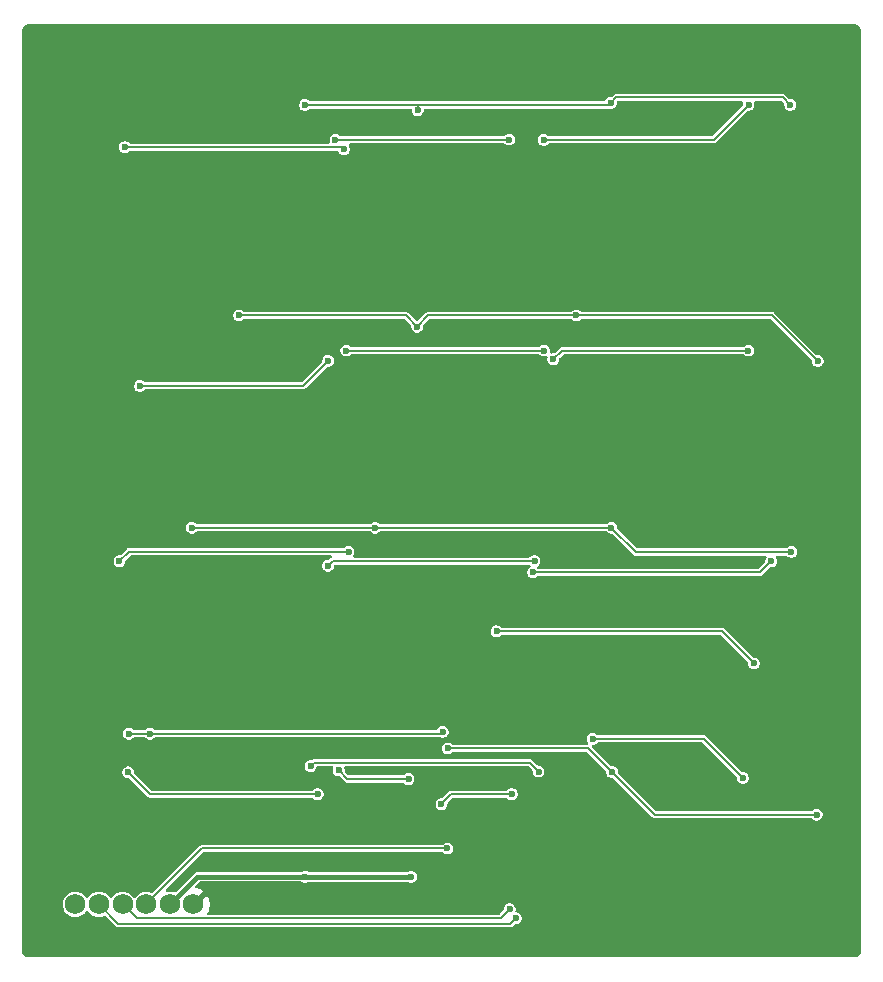
<source format=gbl>
%TF.GenerationSoftware,KiCad,Pcbnew,9.0.7*%
%TF.CreationDate,2026-03-02T03:21:02+09:00*%
%TF.ProjectId,mixtee-key-pcb,6d697874-6565-42d6-9b65-792d7063622e,rev?*%
%TF.SameCoordinates,Original*%
%TF.FileFunction,Copper,L2,Bot*%
%TF.FilePolarity,Positive*%
%FSLAX46Y46*%
G04 Gerber Fmt 4.6, Leading zero omitted, Abs format (unit mm)*
G04 Created by KiCad (PCBNEW 9.0.7) date 2026-03-02 03:21:02*
%MOMM*%
%LPD*%
G01*
G04 APERTURE LIST*
%TA.AperFunction,ComponentPad*%
%ADD10C,1.750000*%
%TD*%
%TA.AperFunction,ViaPad*%
%ADD11C,0.600000*%
%TD*%
%TA.AperFunction,Conductor*%
%ADD12C,0.400000*%
%TD*%
%TA.AperFunction,Conductor*%
%ADD13C,0.200000*%
%TD*%
G04 APERTURE END LIST*
D10*
%TO.P,J1,1*%
%TO.N,NEO_DIN*%
X5000000Y-75000000D03*
%TO.P,J1,2*%
%TO.N,SDA*%
X7000000Y-75000000D03*
%TO.P,J1,3*%
%TO.N,SCL*%
X9000000Y-75000000D03*
%TO.P,J1,4*%
%TO.N,INT*%
X11000000Y-75000000D03*
%TO.P,J1,5*%
%TO.N,5V*%
X13000000Y-75000000D03*
%TO.P,J1,6*%
%TO.N,GND*%
X15000000Y-75000000D03*
%TD*%
D11*
%TO.N,GND*%
X42582100Y-46767100D03*
X29160900Y-71843900D03*
X43735000Y-11192800D03*
X41982800Y-70259700D03*
X7625800Y-67560000D03*
X24851100Y-9882200D03*
X25029500Y-67519700D03*
X59830500Y-63932300D03*
X26399900Y-31911800D03*
X7120000Y-63866000D03*
X38794200Y-79105300D03*
X7120000Y-28118000D03*
X26350000Y-67804300D03*
X60398800Y-49648800D03*
X25158400Y-31803400D03*
X6888000Y-13876000D03*
X62325500Y-49823000D03*
X60874500Y-11422700D03*
X44696800Y-70259700D03*
X24800000Y-49553300D03*
X7841300Y-49823000D03*
X61207900Y-29274900D03*
X43735000Y-29204200D03*
%TO.N,5V*%
X24462600Y-72661000D03*
X33423000Y-72674000D03*
%TO.N,SDA*%
X42293800Y-76191800D03*
%TO.N,SCL*%
X41776000Y-75414300D03*
%TO.N,INT*%
X36503700Y-70276500D03*
%TO.N,NEO_D0*%
X27741700Y-11065100D03*
X9197700Y-10891100D03*
%TO.N,NEO_D1*%
X41731500Y-10251100D03*
X27025100Y-10279300D03*
%TO.N,NEO_D2*%
X44664000Y-10281800D03*
X61993600Y-7325200D03*
%TO.N,NEO_D4*%
X61992000Y-28118000D03*
X45470100Y-28846600D03*
%TO.N,NEO_D5*%
X44664000Y-28118000D03*
X27940000Y-28118000D03*
%TO.N,NEO_D6*%
X26396000Y-28984900D03*
X10480500Y-31114000D03*
%TO.N,NEO_D8*%
X28130300Y-45147800D03*
X8730400Y-45940400D03*
%TO.N,NEO_D9*%
X26396000Y-46336700D03*
X43878200Y-45940400D03*
%TO.N,NEO_D10*%
X63920700Y-45940400D03*
X43753500Y-46906100D03*
%TO.N,NEO_D12*%
X48809000Y-60992300D03*
X61508900Y-64297100D03*
%TO.N,NEO_D13*%
X44219900Y-63762800D03*
X24916300Y-63292900D03*
%TO.N,NEO_D14*%
X25521800Y-65673200D03*
X9474800Y-63824500D03*
%TO.N,COL0*%
X11320500Y-60555600D03*
X36094700Y-60405500D03*
X9536500Y-60555600D03*
%TO.N,COL1*%
X33212300Y-64392200D03*
X27299400Y-63657000D03*
%TO.N,COL2*%
X36000000Y-66513700D03*
X41950400Y-65673300D03*
%TO.N,COL3*%
X62456500Y-54607500D03*
X40666000Y-51881200D03*
%TO.N,ROW0*%
X24448000Y-7325200D03*
X50343300Y-7147100D03*
X65529000Y-7325200D03*
X33978400Y-7750500D03*
%TO.N,ROW1*%
X33937000Y-26099600D03*
X47415800Y-25147600D03*
X18858400Y-25147600D03*
X67855500Y-29000000D03*
%TO.N,ROW2*%
X50380800Y-43109600D03*
X65630000Y-45169800D03*
X30386900Y-43109600D03*
X14867500Y-43109600D03*
%TO.N,ROW3*%
X36522400Y-61803900D03*
X67768000Y-67409500D03*
X50440000Y-63799300D03*
%TD*%
D12*
%TO.N,5V*%
X15339000Y-72661000D02*
X24462600Y-72661000D01*
X33423000Y-72674000D02*
X24475600Y-72674000D01*
X24475600Y-72674000D02*
X24462600Y-72661000D01*
X13000000Y-75000000D02*
X15339000Y-72661000D01*
D13*
%TO.N,SDA*%
X8647600Y-76647600D02*
X41838000Y-76647600D01*
X41838000Y-76647600D02*
X42293800Y-76191800D01*
X7000000Y-75000000D02*
X8647600Y-76647600D01*
%TO.N,SCL*%
X40999600Y-76190700D02*
X10190700Y-76190700D01*
X41776000Y-75414300D02*
X40999600Y-76190700D01*
X10190700Y-76190700D02*
X9000000Y-75000000D01*
%TO.N,INT*%
X15723500Y-70276500D02*
X11000000Y-75000000D01*
X36503700Y-70276500D02*
X15723500Y-70276500D01*
%TO.N,NEO_D0*%
X27567700Y-10891100D02*
X27741700Y-11065100D01*
X9197700Y-10891100D02*
X27567700Y-10891100D01*
%TO.N,NEO_D1*%
X41703300Y-10279300D02*
X27025100Y-10279300D01*
X41731500Y-10251100D02*
X41703300Y-10279300D01*
%TO.N,NEO_D2*%
X59037000Y-10281800D02*
X44664000Y-10281800D01*
X61993600Y-7325200D02*
X59037000Y-10281800D01*
%TO.N,NEO_D4*%
X61992000Y-28118000D02*
X46198700Y-28118000D01*
X46198700Y-28118000D02*
X45470100Y-28846600D01*
%TO.N,NEO_D5*%
X44664000Y-28118000D02*
X27940000Y-28118000D01*
%TO.N,NEO_D6*%
X10891600Y-31088400D02*
X10891600Y-31114000D01*
X10891600Y-31088400D02*
X24292500Y-31088400D01*
X10891600Y-31114000D02*
X10480500Y-31114000D01*
X24292500Y-31088400D02*
X26396000Y-28984900D01*
%TO.N,NEO_D8*%
X9523000Y-45147800D02*
X28130300Y-45147800D01*
X8730400Y-45940400D02*
X9523000Y-45147800D01*
%TO.N,NEO_D9*%
X43878200Y-45940400D02*
X26792300Y-45940400D01*
X26792300Y-45940400D02*
X26396000Y-46336700D01*
%TO.N,NEO_D10*%
X43753500Y-46906100D02*
X62955000Y-46906100D01*
X62955000Y-46906100D02*
X63920700Y-45940400D01*
%TO.N,NEO_D12*%
X48809000Y-60992300D02*
X58204100Y-60992300D01*
X58204100Y-60992300D02*
X61508900Y-64297100D01*
%TO.N,NEO_D13*%
X43454400Y-62997300D02*
X25211900Y-62997300D01*
X44219900Y-63762800D02*
X43454400Y-62997300D01*
X25211900Y-62997300D02*
X24916300Y-63292900D01*
%TO.N,NEO_D14*%
X9474800Y-63824500D02*
X11323500Y-65673200D01*
X11323500Y-65673200D02*
X25521800Y-65673200D01*
%TO.N,COL0*%
X11320500Y-60555600D02*
X11180500Y-60695600D01*
X35944600Y-60555600D02*
X11320500Y-60555600D01*
X36094700Y-60405500D02*
X35944600Y-60555600D01*
X11320500Y-60555600D02*
X9536500Y-60555600D01*
X11180500Y-60695600D02*
X11320500Y-60555600D01*
%TO.N,COL1*%
X28034600Y-64392200D02*
X27299400Y-63657000D01*
X33212300Y-64392200D02*
X28034600Y-64392200D01*
%TO.N,COL2*%
X36840400Y-65673300D02*
X41950400Y-65673300D01*
X36000000Y-66513700D02*
X36840400Y-65673300D01*
%TO.N,COL3*%
X59730200Y-51881200D02*
X62456500Y-54607500D01*
X40666000Y-51881200D02*
X59730200Y-51881200D01*
%TO.N,ROW0*%
X24448000Y-7325200D02*
X33978400Y-7325200D01*
X33978400Y-7325200D02*
X33978400Y-7750500D01*
X50807200Y-6683200D02*
X50343300Y-7147100D01*
X65529000Y-7325200D02*
X64887000Y-6683200D01*
X33978400Y-7325200D02*
X50165200Y-7325200D01*
X50165200Y-7325200D02*
X50343300Y-7147100D01*
X64887000Y-6683200D02*
X50807200Y-6683200D01*
%TO.N,ROW1*%
X18858400Y-25147600D02*
X32985000Y-25147600D01*
X64003100Y-25147600D02*
X67855500Y-29000000D01*
X47415800Y-25147600D02*
X64003100Y-25147600D01*
X34889000Y-25147600D02*
X47415800Y-25147600D01*
X32985000Y-25147600D02*
X33937000Y-26099600D01*
X33937000Y-26099600D02*
X34889000Y-25147600D01*
%TO.N,ROW2*%
X52441000Y-45169800D02*
X50380800Y-43109600D01*
X50380800Y-43109600D02*
X30386900Y-43109600D01*
X65630000Y-45169800D02*
X52441000Y-45169800D01*
X30386900Y-43109600D02*
X14867500Y-43109600D01*
%TO.N,ROW3*%
X36522400Y-61803900D02*
X48444600Y-61803900D01*
X50440000Y-63799300D02*
X54050200Y-67409500D01*
X54050200Y-67409500D02*
X67768000Y-67409500D01*
X48444600Y-61803900D02*
X50440000Y-63799300D01*
%TD*%
%TA.AperFunction,Conductor*%
%TO.N,GND*%
G36*
X71006922Y-501280D02*
G01*
X71097266Y-511459D01*
X71124331Y-517636D01*
X71203540Y-545352D01*
X71228553Y-557398D01*
X71299606Y-602043D01*
X71321313Y-619355D01*
X71380644Y-678686D01*
X71397957Y-700395D01*
X71442600Y-771444D01*
X71454648Y-796462D01*
X71482362Y-875666D01*
X71488540Y-902735D01*
X71498720Y-993076D01*
X71499500Y-1006961D01*
X71499500Y-78993038D01*
X71498720Y-79006923D01*
X71488540Y-79097264D01*
X71482362Y-79124333D01*
X71454648Y-79203537D01*
X71442600Y-79228555D01*
X71397957Y-79299604D01*
X71380644Y-79321313D01*
X71321313Y-79380644D01*
X71299604Y-79397957D01*
X71228555Y-79442600D01*
X71203537Y-79454648D01*
X71124333Y-79482362D01*
X71097264Y-79488540D01*
X71017075Y-79497576D01*
X71006921Y-79498720D01*
X70993038Y-79499500D01*
X1006977Y-79499500D01*
X993091Y-79498720D01*
X977019Y-79496908D01*
X902742Y-79488538D01*
X875674Y-79482359D01*
X796471Y-79454644D01*
X771453Y-79442596D01*
X700402Y-79397951D01*
X678694Y-79380639D01*
X619360Y-79321305D01*
X602048Y-79299597D01*
X557403Y-79228546D01*
X545355Y-79203528D01*
X517640Y-79124325D01*
X511461Y-79097255D01*
X501280Y-79006908D01*
X500500Y-78993023D01*
X500500Y-74915350D01*
X3924500Y-74915350D01*
X3924500Y-75084649D01*
X3950981Y-75251847D01*
X4003296Y-75412853D01*
X4080152Y-75563688D01*
X4179648Y-75700634D01*
X4179652Y-75700639D01*
X4299360Y-75820347D01*
X4299365Y-75820351D01*
X4345516Y-75853881D01*
X4436315Y-75919850D01*
X4532425Y-75968820D01*
X4587146Y-75996703D01*
X4587148Y-75996703D01*
X4587151Y-75996705D01*
X4673450Y-76024745D01*
X4748152Y-76049018D01*
X4915351Y-76075500D01*
X4915356Y-76075500D01*
X5084649Y-76075500D01*
X5251847Y-76049018D01*
X5412849Y-75996705D01*
X5563685Y-75919850D01*
X5700641Y-75820346D01*
X5820346Y-75700641D01*
X5888027Y-75607486D01*
X5899682Y-75591445D01*
X5955011Y-75548779D01*
X6024625Y-75542800D01*
X6086420Y-75575405D01*
X6100318Y-75591445D01*
X6179648Y-75700634D01*
X6179652Y-75700639D01*
X6299360Y-75820347D01*
X6299365Y-75820351D01*
X6345516Y-75853881D01*
X6436315Y-75919850D01*
X6532425Y-75968820D01*
X6587146Y-75996703D01*
X6587148Y-75996703D01*
X6587151Y-75996705D01*
X6673450Y-76024745D01*
X6748152Y-76049018D01*
X6915351Y-76075500D01*
X6915356Y-76075500D01*
X7084649Y-76075500D01*
X7251847Y-76049018D01*
X7412849Y-75996705D01*
X7437829Y-75983976D01*
X7506495Y-75971077D01*
X7571236Y-75997351D01*
X7581807Y-76006778D01*
X8407140Y-76832111D01*
X8463089Y-76888060D01*
X8463091Y-76888061D01*
X8463095Y-76888064D01*
X8531604Y-76927617D01*
X8531611Y-76927621D01*
X8608038Y-76948100D01*
X8608040Y-76948100D01*
X41877560Y-76948100D01*
X41877562Y-76948100D01*
X41953989Y-76927621D01*
X42022511Y-76888060D01*
X42078460Y-76832111D01*
X42127184Y-76783386D01*
X42181952Y-76728619D01*
X42243275Y-76695134D01*
X42269633Y-76692300D01*
X42359690Y-76692300D01*
X42359692Y-76692300D01*
X42486986Y-76658192D01*
X42601114Y-76592300D01*
X42694300Y-76499114D01*
X42760192Y-76384986D01*
X42794300Y-76257692D01*
X42794300Y-76125908D01*
X42760192Y-75998614D01*
X42694300Y-75884486D01*
X42601114Y-75791300D01*
X42544050Y-75758354D01*
X42486987Y-75725408D01*
X42429127Y-75709905D01*
X42359692Y-75691300D01*
X42359691Y-75691300D01*
X42351842Y-75689197D01*
X42352555Y-75686533D01*
X42300975Y-75663709D01*
X42262509Y-75605380D01*
X42261291Y-75536953D01*
X42276500Y-75480192D01*
X42276500Y-75348408D01*
X42242392Y-75221114D01*
X42176500Y-75106986D01*
X42083314Y-75013800D01*
X42026250Y-74980854D01*
X41969187Y-74947908D01*
X41905539Y-74930854D01*
X41841892Y-74913800D01*
X41710108Y-74913800D01*
X41582812Y-74947908D01*
X41468686Y-75013800D01*
X41468683Y-75013802D01*
X41375502Y-75106983D01*
X41375500Y-75106986D01*
X41309608Y-75221112D01*
X41275500Y-75348408D01*
X41275500Y-75438466D01*
X41255815Y-75505505D01*
X41239181Y-75526147D01*
X40911448Y-75853881D01*
X40850125Y-75887366D01*
X40823767Y-75890200D01*
X16291969Y-75890200D01*
X16224930Y-75870515D01*
X16179175Y-75817711D01*
X16169231Y-75748553D01*
X16181484Y-75709905D01*
X16274263Y-75527817D01*
X16274264Y-75527814D01*
X16341142Y-75321981D01*
X16375000Y-75108220D01*
X16375000Y-74891779D01*
X16341142Y-74678018D01*
X16274264Y-74472185D01*
X16274263Y-74472182D01*
X16176005Y-74279342D01*
X16133168Y-74220383D01*
X16133168Y-74220382D01*
X15400000Y-74953551D01*
X15400000Y-74947339D01*
X15372741Y-74845606D01*
X15320080Y-74754394D01*
X15245606Y-74679920D01*
X15154394Y-74627259D01*
X15052661Y-74600000D01*
X15046446Y-74600000D01*
X15779616Y-73866830D01*
X15779615Y-73866829D01*
X15720660Y-73823996D01*
X15527817Y-73725736D01*
X15527814Y-73725735D01*
X15321980Y-73658856D01*
X15204568Y-73640260D01*
X15141433Y-73610330D01*
X15104502Y-73551019D01*
X15105500Y-73481156D01*
X15136283Y-73430108D01*
X15468573Y-73097819D01*
X15529896Y-73064334D01*
X15556254Y-73061500D01*
X24122060Y-73061500D01*
X24184060Y-73078113D01*
X24269414Y-73127392D01*
X24396708Y-73161500D01*
X24396710Y-73161500D01*
X24528490Y-73161500D01*
X24528492Y-73161500D01*
X24655786Y-73127392D01*
X24718623Y-73091112D01*
X24780623Y-73074500D01*
X33082460Y-73074500D01*
X33144460Y-73091113D01*
X33188141Y-73116332D01*
X33229814Y-73140392D01*
X33357108Y-73174500D01*
X33357110Y-73174500D01*
X33488890Y-73174500D01*
X33488892Y-73174500D01*
X33616186Y-73140392D01*
X33730314Y-73074500D01*
X33823500Y-72981314D01*
X33889392Y-72867186D01*
X33923500Y-72739892D01*
X33923500Y-72608108D01*
X33889392Y-72480814D01*
X33823500Y-72366686D01*
X33730314Y-72273500D01*
X33673250Y-72240554D01*
X33616187Y-72207608D01*
X33552539Y-72190554D01*
X33488892Y-72173500D01*
X33357108Y-72173500D01*
X33229814Y-72207608D01*
X33229813Y-72207608D01*
X33229811Y-72207609D01*
X33229810Y-72207609D01*
X33144460Y-72256887D01*
X33082460Y-72273500D01*
X24825656Y-72273500D01*
X24763657Y-72256887D01*
X24706753Y-72224034D01*
X24655787Y-72194608D01*
X24577009Y-72173500D01*
X24528492Y-72160500D01*
X24396708Y-72160500D01*
X24269414Y-72194608D01*
X24269413Y-72194608D01*
X24269411Y-72194609D01*
X24269410Y-72194609D01*
X24184060Y-72243887D01*
X24122060Y-72260500D01*
X15399339Y-72260500D01*
X15399323Y-72260499D01*
X15391727Y-72260499D01*
X15286274Y-72260499D01*
X15184413Y-72287793D01*
X15184411Y-72287793D01*
X15184411Y-72287794D01*
X15093084Y-72340522D01*
X15018518Y-72415089D01*
X13479760Y-73953845D01*
X13418437Y-73987330D01*
X13353761Y-73984095D01*
X13251850Y-73950982D01*
X13084649Y-73924500D01*
X13084644Y-73924500D01*
X12915356Y-73924500D01*
X12915349Y-73924500D01*
X12799325Y-73942876D01*
X12730032Y-73933921D01*
X12676580Y-73888925D01*
X12655941Y-73822173D01*
X12674666Y-73754860D01*
X12692242Y-73732727D01*
X15811652Y-70613319D01*
X15872975Y-70579834D01*
X15899333Y-70577000D01*
X36045024Y-70577000D01*
X36112063Y-70596685D01*
X36132705Y-70613319D01*
X36196386Y-70677000D01*
X36310514Y-70742892D01*
X36437808Y-70777000D01*
X36437810Y-70777000D01*
X36569590Y-70777000D01*
X36569592Y-70777000D01*
X36696886Y-70742892D01*
X36811014Y-70677000D01*
X36904200Y-70583814D01*
X36970092Y-70469686D01*
X37004200Y-70342392D01*
X37004200Y-70210608D01*
X36970092Y-70083314D01*
X36904200Y-69969186D01*
X36811014Y-69876000D01*
X36753950Y-69843054D01*
X36696887Y-69810108D01*
X36633239Y-69793054D01*
X36569592Y-69776000D01*
X36437808Y-69776000D01*
X36310512Y-69810108D01*
X36196386Y-69876000D01*
X36196383Y-69876002D01*
X36132705Y-69939681D01*
X36071382Y-69973166D01*
X36045024Y-69976000D01*
X15683938Y-69976000D01*
X15607510Y-69996478D01*
X15538989Y-70036040D01*
X15538986Y-70036042D01*
X11581807Y-73993220D01*
X11520484Y-74026705D01*
X11450792Y-74021721D01*
X11437834Y-74016025D01*
X11412851Y-74003296D01*
X11412850Y-74003295D01*
X11412849Y-74003295D01*
X11353758Y-73984095D01*
X11251847Y-73950981D01*
X11084649Y-73924500D01*
X11084644Y-73924500D01*
X10915356Y-73924500D01*
X10915351Y-73924500D01*
X10748152Y-73950981D01*
X10587146Y-74003296D01*
X10436311Y-74080152D01*
X10299365Y-74179648D01*
X10299360Y-74179652D01*
X10179652Y-74299360D01*
X10179648Y-74299365D01*
X10100318Y-74408554D01*
X10044988Y-74451220D01*
X9975375Y-74457199D01*
X9913580Y-74424593D01*
X9899682Y-74408554D01*
X9820351Y-74299365D01*
X9820347Y-74299360D01*
X9700639Y-74179652D01*
X9700634Y-74179648D01*
X9563688Y-74080152D01*
X9563687Y-74080151D01*
X9563685Y-74080150D01*
X9516582Y-74056150D01*
X9412853Y-74003296D01*
X9251847Y-73950981D01*
X9084649Y-73924500D01*
X9084644Y-73924500D01*
X8915356Y-73924500D01*
X8915351Y-73924500D01*
X8748152Y-73950981D01*
X8587146Y-74003296D01*
X8436311Y-74080152D01*
X8299365Y-74179648D01*
X8299360Y-74179652D01*
X8179652Y-74299360D01*
X8179648Y-74299365D01*
X8100318Y-74408554D01*
X8044988Y-74451220D01*
X7975375Y-74457199D01*
X7913580Y-74424593D01*
X7899682Y-74408554D01*
X7820351Y-74299365D01*
X7820347Y-74299360D01*
X7700639Y-74179652D01*
X7700634Y-74179648D01*
X7563688Y-74080152D01*
X7563687Y-74080151D01*
X7563685Y-74080150D01*
X7516582Y-74056150D01*
X7412853Y-74003296D01*
X7251847Y-73950981D01*
X7084649Y-73924500D01*
X7084644Y-73924500D01*
X6915356Y-73924500D01*
X6915351Y-73924500D01*
X6748152Y-73950981D01*
X6587146Y-74003296D01*
X6436311Y-74080152D01*
X6299365Y-74179648D01*
X6299360Y-74179652D01*
X6179652Y-74299360D01*
X6179648Y-74299365D01*
X6100318Y-74408554D01*
X6044988Y-74451220D01*
X5975375Y-74457199D01*
X5913580Y-74424593D01*
X5899682Y-74408554D01*
X5820351Y-74299365D01*
X5820347Y-74299360D01*
X5700639Y-74179652D01*
X5700634Y-74179648D01*
X5563688Y-74080152D01*
X5563687Y-74080151D01*
X5563685Y-74080150D01*
X5516582Y-74056150D01*
X5412853Y-74003296D01*
X5251847Y-73950981D01*
X5084649Y-73924500D01*
X5084644Y-73924500D01*
X4915356Y-73924500D01*
X4915351Y-73924500D01*
X4748152Y-73950981D01*
X4587146Y-74003296D01*
X4436311Y-74080152D01*
X4299365Y-74179648D01*
X4299360Y-74179652D01*
X4179652Y-74299360D01*
X4179648Y-74299365D01*
X4080152Y-74436311D01*
X4003296Y-74587146D01*
X3950981Y-74748152D01*
X3924500Y-74915350D01*
X500500Y-74915350D01*
X500500Y-66447808D01*
X35499500Y-66447808D01*
X35499500Y-66579591D01*
X35533608Y-66706887D01*
X35566554Y-66763950D01*
X35599500Y-66821014D01*
X35692686Y-66914200D01*
X35806814Y-66980092D01*
X35934108Y-67014200D01*
X35934110Y-67014200D01*
X36065890Y-67014200D01*
X36065892Y-67014200D01*
X36193186Y-66980092D01*
X36307314Y-66914200D01*
X36400500Y-66821014D01*
X36466392Y-66706886D01*
X36500500Y-66579592D01*
X36500500Y-66489532D01*
X36520185Y-66422493D01*
X36536819Y-66401851D01*
X36732285Y-66206386D01*
X36928552Y-66010119D01*
X36989875Y-65976634D01*
X37016233Y-65973800D01*
X41491724Y-65973800D01*
X41558763Y-65993485D01*
X41579405Y-66010119D01*
X41643086Y-66073800D01*
X41757214Y-66139692D01*
X41884508Y-66173800D01*
X41884510Y-66173800D01*
X42016290Y-66173800D01*
X42016292Y-66173800D01*
X42143586Y-66139692D01*
X42257714Y-66073800D01*
X42350900Y-65980614D01*
X42416792Y-65866486D01*
X42450900Y-65739192D01*
X42450900Y-65607408D01*
X42416792Y-65480114D01*
X42350900Y-65365986D01*
X42257714Y-65272800D01*
X42200650Y-65239854D01*
X42143587Y-65206908D01*
X42079939Y-65189854D01*
X42016292Y-65172800D01*
X41884508Y-65172800D01*
X41757212Y-65206908D01*
X41643086Y-65272800D01*
X41643083Y-65272802D01*
X41579405Y-65336481D01*
X41518082Y-65369966D01*
X41491724Y-65372800D01*
X36800838Y-65372800D01*
X36762624Y-65383039D01*
X36724409Y-65393279D01*
X36724408Y-65393280D01*
X36665507Y-65427287D01*
X36655892Y-65432838D01*
X36655886Y-65432842D01*
X36111847Y-65976881D01*
X36050524Y-66010366D01*
X36024166Y-66013200D01*
X35934108Y-66013200D01*
X35806812Y-66047308D01*
X35692686Y-66113200D01*
X35692683Y-66113202D01*
X35599502Y-66206383D01*
X35599500Y-66206386D01*
X35533608Y-66320512D01*
X35499500Y-66447808D01*
X500500Y-66447808D01*
X500500Y-63758608D01*
X8974300Y-63758608D01*
X8974300Y-63890392D01*
X8979862Y-63911148D01*
X9008408Y-64017687D01*
X9030171Y-64055381D01*
X9074300Y-64131814D01*
X9167486Y-64225000D01*
X9281614Y-64290892D01*
X9408908Y-64325000D01*
X9408910Y-64325000D01*
X9498967Y-64325000D01*
X9566006Y-64344685D01*
X9586648Y-64361319D01*
X11138989Y-65913660D01*
X11207512Y-65953222D01*
X11283938Y-65973700D01*
X25063124Y-65973700D01*
X25130163Y-65993385D01*
X25150805Y-66010019D01*
X25214486Y-66073700D01*
X25328614Y-66139592D01*
X25455908Y-66173700D01*
X25455910Y-66173700D01*
X25587690Y-66173700D01*
X25587692Y-66173700D01*
X25714986Y-66139592D01*
X25829114Y-66073700D01*
X25922300Y-65980514D01*
X25988192Y-65866386D01*
X26022300Y-65739092D01*
X26022300Y-65607308D01*
X25988192Y-65480014D01*
X25922300Y-65365886D01*
X25829114Y-65272700D01*
X25772050Y-65239754D01*
X25714987Y-65206808D01*
X25651339Y-65189754D01*
X25587692Y-65172700D01*
X25455908Y-65172700D01*
X25328612Y-65206808D01*
X25214486Y-65272700D01*
X25214483Y-65272702D01*
X25150805Y-65336381D01*
X25089482Y-65369866D01*
X25063124Y-65372700D01*
X11499333Y-65372700D01*
X11432294Y-65353015D01*
X11411652Y-65336381D01*
X10011619Y-63936348D01*
X9978134Y-63875025D01*
X9975300Y-63848667D01*
X9975300Y-63758610D01*
X9975300Y-63758608D01*
X9941192Y-63631314D01*
X9875300Y-63517186D01*
X9782114Y-63424000D01*
X9722717Y-63389707D01*
X9667987Y-63358108D01*
X9636554Y-63349686D01*
X9540692Y-63324000D01*
X9408908Y-63324000D01*
X9281612Y-63358108D01*
X9167486Y-63424000D01*
X9167483Y-63424002D01*
X9074302Y-63517183D01*
X9074300Y-63517186D01*
X9008408Y-63631312D01*
X8981052Y-63733408D01*
X8974300Y-63758608D01*
X500500Y-63758608D01*
X500500Y-63227008D01*
X24415800Y-63227008D01*
X24415800Y-63358792D01*
X24418881Y-63370289D01*
X24449908Y-63486087D01*
X24482854Y-63543150D01*
X24515800Y-63600214D01*
X24608986Y-63693400D01*
X24687332Y-63738633D01*
X24721932Y-63758610D01*
X24723114Y-63759292D01*
X24850408Y-63793400D01*
X24850410Y-63793400D01*
X24982190Y-63793400D01*
X24982192Y-63793400D01*
X25109486Y-63759292D01*
X25223614Y-63693400D01*
X25316800Y-63600214D01*
X25382692Y-63486086D01*
X25408516Y-63389705D01*
X25444881Y-63330046D01*
X25507728Y-63299517D01*
X25528291Y-63297800D01*
X26716194Y-63297800D01*
X26783233Y-63317485D01*
X26828988Y-63370289D01*
X26838932Y-63439447D01*
X26834450Y-63455785D01*
X26835112Y-63455963D01*
X26833008Y-63463812D01*
X26833008Y-63463814D01*
X26798900Y-63591108D01*
X26798900Y-63722892D01*
X26801718Y-63733408D01*
X26833008Y-63850187D01*
X26847349Y-63875025D01*
X26898900Y-63964314D01*
X26992086Y-64057500D01*
X27106214Y-64123392D01*
X27233508Y-64157500D01*
X27233510Y-64157500D01*
X27323567Y-64157500D01*
X27390606Y-64177185D01*
X27411248Y-64193819D01*
X27794140Y-64576711D01*
X27850089Y-64632660D01*
X27850091Y-64632661D01*
X27850095Y-64632664D01*
X27918604Y-64672217D01*
X27918611Y-64672221D01*
X27995038Y-64692700D01*
X32753624Y-64692700D01*
X32820663Y-64712385D01*
X32841305Y-64729019D01*
X32904986Y-64792700D01*
X33019114Y-64858592D01*
X33146408Y-64892700D01*
X33146410Y-64892700D01*
X33278190Y-64892700D01*
X33278192Y-64892700D01*
X33405486Y-64858592D01*
X33519614Y-64792700D01*
X33612800Y-64699514D01*
X33678692Y-64585386D01*
X33712800Y-64458092D01*
X33712800Y-64326308D01*
X33678692Y-64199014D01*
X33670746Y-64185252D01*
X33654723Y-64157499D01*
X33612800Y-64084886D01*
X33519614Y-63991700D01*
X33462550Y-63958754D01*
X33405487Y-63925808D01*
X33301674Y-63897992D01*
X33278192Y-63891700D01*
X33146408Y-63891700D01*
X33019112Y-63925808D01*
X32904986Y-63991700D01*
X32904983Y-63991702D01*
X32841305Y-64055381D01*
X32779982Y-64088866D01*
X32753624Y-64091700D01*
X28210433Y-64091700D01*
X28143394Y-64072015D01*
X28122752Y-64055381D01*
X27836219Y-63768848D01*
X27802734Y-63707525D01*
X27799900Y-63681167D01*
X27799900Y-63591110D01*
X27799900Y-63591108D01*
X27765792Y-63463814D01*
X27765791Y-63463812D01*
X27763688Y-63455963D01*
X27766530Y-63455201D01*
X27760580Y-63399762D01*
X27791866Y-63337288D01*
X27851961Y-63301646D01*
X27882606Y-63297800D01*
X43278567Y-63297800D01*
X43345606Y-63317485D01*
X43366248Y-63334119D01*
X43683081Y-63650952D01*
X43716566Y-63712275D01*
X43719400Y-63738633D01*
X43719400Y-63828692D01*
X43731815Y-63875025D01*
X43753508Y-63955987D01*
X43774581Y-63992486D01*
X43819400Y-64070114D01*
X43912586Y-64163300D01*
X43975806Y-64199800D01*
X44019451Y-64224999D01*
X44026714Y-64229192D01*
X44154008Y-64263300D01*
X44154010Y-64263300D01*
X44285790Y-64263300D01*
X44285792Y-64263300D01*
X44413086Y-64229192D01*
X44527214Y-64163300D01*
X44620400Y-64070114D01*
X44686292Y-63955986D01*
X44720400Y-63828692D01*
X44720400Y-63696908D01*
X44686292Y-63569614D01*
X44620400Y-63455486D01*
X44527214Y-63362300D01*
X44460877Y-63324000D01*
X44413087Y-63296408D01*
X44348547Y-63279115D01*
X44285792Y-63262300D01*
X44195733Y-63262300D01*
X44128694Y-63242615D01*
X44108052Y-63225981D01*
X43638912Y-62756841D01*
X43638904Y-62756835D01*
X43570395Y-62717282D01*
X43570390Y-62717279D01*
X43544913Y-62710452D01*
X43493962Y-62696800D01*
X25251462Y-62696800D01*
X25172338Y-62696800D01*
X25095912Y-62717278D01*
X25095911Y-62717278D01*
X25095909Y-62717279D01*
X25095908Y-62717279D01*
X25027393Y-62756836D01*
X25020944Y-62761786D01*
X25019986Y-62760537D01*
X24966825Y-62789566D01*
X24940467Y-62792400D01*
X24850408Y-62792400D01*
X24723112Y-62826508D01*
X24608986Y-62892400D01*
X24608983Y-62892402D01*
X24515802Y-62985583D01*
X24515800Y-62985586D01*
X24449908Y-63099712D01*
X24416075Y-63225981D01*
X24415800Y-63227008D01*
X500500Y-63227008D01*
X500500Y-61738008D01*
X36021900Y-61738008D01*
X36021900Y-61869791D01*
X36056008Y-61997087D01*
X36088954Y-62054150D01*
X36121900Y-62111214D01*
X36215086Y-62204400D01*
X36329214Y-62270292D01*
X36456508Y-62304400D01*
X36456510Y-62304400D01*
X36588290Y-62304400D01*
X36588292Y-62304400D01*
X36715586Y-62270292D01*
X36829714Y-62204400D01*
X36893395Y-62140719D01*
X36954718Y-62107234D01*
X36981076Y-62104400D01*
X48268767Y-62104400D01*
X48335806Y-62124085D01*
X48356448Y-62140719D01*
X49903181Y-63687452D01*
X49936666Y-63748775D01*
X49939500Y-63775133D01*
X49939500Y-63865192D01*
X49942135Y-63875025D01*
X49973608Y-63992487D01*
X49988157Y-64017686D01*
X50039500Y-64106614D01*
X50132686Y-64199800D01*
X50246814Y-64265692D01*
X50374108Y-64299800D01*
X50374110Y-64299800D01*
X50464167Y-64299800D01*
X50531206Y-64319485D01*
X50551848Y-64336119D01*
X53809740Y-67594011D01*
X53865689Y-67649960D01*
X53865691Y-67649961D01*
X53865695Y-67649964D01*
X53934204Y-67689517D01*
X53934211Y-67689521D01*
X54010638Y-67710000D01*
X67309324Y-67710000D01*
X67376363Y-67729685D01*
X67397005Y-67746319D01*
X67460686Y-67810000D01*
X67574814Y-67875892D01*
X67702108Y-67910000D01*
X67702110Y-67910000D01*
X67833890Y-67910000D01*
X67833892Y-67910000D01*
X67961186Y-67875892D01*
X68075314Y-67810000D01*
X68168500Y-67716814D01*
X68234392Y-67602686D01*
X68268500Y-67475392D01*
X68268500Y-67343608D01*
X68234392Y-67216314D01*
X68168500Y-67102186D01*
X68075314Y-67009000D01*
X68018250Y-66976054D01*
X67961187Y-66943108D01*
X67897539Y-66926054D01*
X67833892Y-66909000D01*
X67702108Y-66909000D01*
X67574812Y-66943108D01*
X67460686Y-67009000D01*
X67460683Y-67009002D01*
X67397005Y-67072681D01*
X67335682Y-67106166D01*
X67309324Y-67109000D01*
X54226033Y-67109000D01*
X54158994Y-67089315D01*
X54138352Y-67072681D01*
X50976819Y-63911148D01*
X50943334Y-63849825D01*
X50940500Y-63823467D01*
X50940500Y-63733410D01*
X50940500Y-63733408D01*
X50906392Y-63606114D01*
X50840500Y-63491986D01*
X50747314Y-63398800D01*
X50684094Y-63362300D01*
X50633187Y-63332908D01*
X50569539Y-63315854D01*
X50505892Y-63298800D01*
X50415833Y-63298800D01*
X50348794Y-63279115D01*
X50328152Y-63262481D01*
X48770152Y-61704481D01*
X48736667Y-61643158D01*
X48741651Y-61573466D01*
X48783523Y-61517533D01*
X48848987Y-61493116D01*
X48857833Y-61492800D01*
X48874890Y-61492800D01*
X48874892Y-61492800D01*
X49002186Y-61458692D01*
X49116314Y-61392800D01*
X49179995Y-61329119D01*
X49241318Y-61295634D01*
X49267676Y-61292800D01*
X58028267Y-61292800D01*
X58095306Y-61312485D01*
X58115948Y-61329119D01*
X60972081Y-64185252D01*
X61005566Y-64246575D01*
X61008400Y-64272933D01*
X61008400Y-64362991D01*
X61042508Y-64490287D01*
X61075454Y-64547350D01*
X61108400Y-64604414D01*
X61201586Y-64697600D01*
X61315714Y-64763492D01*
X61443008Y-64797600D01*
X61443010Y-64797600D01*
X61574790Y-64797600D01*
X61574792Y-64797600D01*
X61702086Y-64763492D01*
X61816214Y-64697600D01*
X61909400Y-64604414D01*
X61975292Y-64490286D01*
X62009400Y-64362992D01*
X62009400Y-64231208D01*
X61975292Y-64103914D01*
X61909400Y-63989786D01*
X61816214Y-63896600D01*
X61733192Y-63848667D01*
X61702087Y-63830708D01*
X61638439Y-63813654D01*
X61574792Y-63796600D01*
X61484733Y-63796600D01*
X61417694Y-63776915D01*
X61397052Y-63760281D01*
X58388612Y-60751841D01*
X58388607Y-60751837D01*
X58379165Y-60746386D01*
X58379164Y-60746386D01*
X58320091Y-60712280D01*
X58320090Y-60712279D01*
X58294613Y-60705452D01*
X58243662Y-60691800D01*
X58243660Y-60691800D01*
X49267676Y-60691800D01*
X49200637Y-60672115D01*
X49179995Y-60655481D01*
X49116316Y-60591802D01*
X49116314Y-60591800D01*
X49059250Y-60558854D01*
X49002187Y-60525908D01*
X48938539Y-60508854D01*
X48874892Y-60491800D01*
X48743108Y-60491800D01*
X48615812Y-60525908D01*
X48501686Y-60591800D01*
X48501683Y-60591802D01*
X48408502Y-60684983D01*
X48408500Y-60684986D01*
X48342608Y-60799112D01*
X48308500Y-60926408D01*
X48308500Y-61058191D01*
X48342608Y-61185487D01*
X48380651Y-61251379D01*
X48406202Y-61295634D01*
X48408501Y-61299615D01*
X48411797Y-61303910D01*
X48436994Y-61369079D01*
X48422957Y-61437524D01*
X48374145Y-61487515D01*
X48313424Y-61503400D01*
X36981076Y-61503400D01*
X36914037Y-61483715D01*
X36893395Y-61467081D01*
X36829716Y-61403402D01*
X36829714Y-61403400D01*
X36770268Y-61369079D01*
X36715587Y-61337508D01*
X36622198Y-61312485D01*
X36588292Y-61303400D01*
X36456508Y-61303400D01*
X36329212Y-61337508D01*
X36215086Y-61403400D01*
X36215083Y-61403402D01*
X36121902Y-61496583D01*
X36121900Y-61496586D01*
X36056008Y-61610712D01*
X36021900Y-61738008D01*
X500500Y-61738008D01*
X500500Y-60489708D01*
X9036000Y-60489708D01*
X9036000Y-60621491D01*
X9070108Y-60748787D01*
X9099164Y-60799112D01*
X9136000Y-60862914D01*
X9229186Y-60956100D01*
X9343314Y-61021992D01*
X9470608Y-61056100D01*
X9470610Y-61056100D01*
X9602390Y-61056100D01*
X9602392Y-61056100D01*
X9729686Y-61021992D01*
X9843814Y-60956100D01*
X9907495Y-60892419D01*
X9968818Y-60858934D01*
X9995176Y-60856100D01*
X10861824Y-60856100D01*
X10928863Y-60875785D01*
X10949505Y-60892419D01*
X11013186Y-60956100D01*
X11127314Y-61021992D01*
X11254608Y-61056100D01*
X11254610Y-61056100D01*
X11386390Y-61056100D01*
X11386392Y-61056100D01*
X11513686Y-61021992D01*
X11627814Y-60956100D01*
X11691495Y-60892419D01*
X11752818Y-60858934D01*
X11779176Y-60856100D01*
X35840935Y-60856100D01*
X35893426Y-60870165D01*
X35894000Y-60868780D01*
X35901509Y-60871889D01*
X35901514Y-60871892D01*
X36028808Y-60906000D01*
X36028810Y-60906000D01*
X36160590Y-60906000D01*
X36160592Y-60906000D01*
X36287886Y-60871892D01*
X36402014Y-60806000D01*
X36495200Y-60712814D01*
X36561092Y-60598686D01*
X36595200Y-60471392D01*
X36595200Y-60339608D01*
X36561092Y-60212314D01*
X36495200Y-60098186D01*
X36402014Y-60005000D01*
X36344950Y-59972054D01*
X36287887Y-59939108D01*
X36224239Y-59922054D01*
X36160592Y-59905000D01*
X36028808Y-59905000D01*
X35901512Y-59939108D01*
X35787386Y-60005000D01*
X35787383Y-60005002D01*
X35694202Y-60098183D01*
X35694198Y-60098189D01*
X35639401Y-60193100D01*
X35588834Y-60241316D01*
X35532014Y-60255100D01*
X11779176Y-60255100D01*
X11712137Y-60235415D01*
X11691495Y-60218781D01*
X11627816Y-60155102D01*
X11627814Y-60155100D01*
X11529242Y-60098189D01*
X11513687Y-60089208D01*
X11450039Y-60072154D01*
X11386392Y-60055100D01*
X11254608Y-60055100D01*
X11127312Y-60089208D01*
X11013186Y-60155100D01*
X11013183Y-60155102D01*
X10949505Y-60218781D01*
X10888182Y-60252266D01*
X10861824Y-60255100D01*
X9995176Y-60255100D01*
X9928137Y-60235415D01*
X9907495Y-60218781D01*
X9843816Y-60155102D01*
X9843814Y-60155100D01*
X9745242Y-60098189D01*
X9729687Y-60089208D01*
X9666039Y-60072154D01*
X9602392Y-60055100D01*
X9470608Y-60055100D01*
X9343312Y-60089208D01*
X9229186Y-60155100D01*
X9229183Y-60155102D01*
X9136002Y-60248283D01*
X9136000Y-60248286D01*
X9070108Y-60362412D01*
X9036000Y-60489708D01*
X500500Y-60489708D01*
X500500Y-51815308D01*
X40165500Y-51815308D01*
X40165500Y-51947091D01*
X40199608Y-52074387D01*
X40232554Y-52131450D01*
X40265500Y-52188514D01*
X40358686Y-52281700D01*
X40472814Y-52347592D01*
X40600108Y-52381700D01*
X40600110Y-52381700D01*
X40731890Y-52381700D01*
X40731892Y-52381700D01*
X40859186Y-52347592D01*
X40973314Y-52281700D01*
X41036995Y-52218019D01*
X41098318Y-52184534D01*
X41124676Y-52181700D01*
X59554367Y-52181700D01*
X59621406Y-52201385D01*
X59642048Y-52218019D01*
X61919681Y-54495652D01*
X61953166Y-54556975D01*
X61956000Y-54583333D01*
X61956000Y-54673391D01*
X61990108Y-54800687D01*
X62023054Y-54857750D01*
X62056000Y-54914814D01*
X62149186Y-55008000D01*
X62263314Y-55073892D01*
X62390608Y-55108000D01*
X62390610Y-55108000D01*
X62522390Y-55108000D01*
X62522392Y-55108000D01*
X62649686Y-55073892D01*
X62763814Y-55008000D01*
X62857000Y-54914814D01*
X62922892Y-54800686D01*
X62957000Y-54673392D01*
X62957000Y-54541608D01*
X62922892Y-54414314D01*
X62857000Y-54300186D01*
X62763814Y-54207000D01*
X62706750Y-54174054D01*
X62649687Y-54141108D01*
X62586039Y-54124054D01*
X62522392Y-54107000D01*
X62432333Y-54107000D01*
X62365294Y-54087315D01*
X62344652Y-54070681D01*
X59914712Y-51640741D01*
X59914707Y-51640737D01*
X59905265Y-51635286D01*
X59905264Y-51635286D01*
X59846191Y-51601180D01*
X59846190Y-51601179D01*
X59820713Y-51594352D01*
X59769762Y-51580700D01*
X59769760Y-51580700D01*
X41124676Y-51580700D01*
X41057637Y-51561015D01*
X41036995Y-51544381D01*
X40973316Y-51480702D01*
X40973314Y-51480700D01*
X40916250Y-51447754D01*
X40859187Y-51414808D01*
X40795539Y-51397754D01*
X40731892Y-51380700D01*
X40600108Y-51380700D01*
X40472812Y-51414808D01*
X40358686Y-51480700D01*
X40358683Y-51480702D01*
X40265502Y-51573883D01*
X40265500Y-51573886D01*
X40199608Y-51688012D01*
X40165500Y-51815308D01*
X500500Y-51815308D01*
X500500Y-45874508D01*
X8229900Y-45874508D01*
X8229900Y-46006292D01*
X8246954Y-46069939D01*
X8264008Y-46133587D01*
X8296954Y-46190650D01*
X8329900Y-46247714D01*
X8423086Y-46340900D01*
X8537214Y-46406792D01*
X8664508Y-46440900D01*
X8664510Y-46440900D01*
X8796290Y-46440900D01*
X8796292Y-46440900D01*
X8923586Y-46406792D01*
X9037714Y-46340900D01*
X9130900Y-46247714D01*
X9196792Y-46133586D01*
X9230900Y-46006292D01*
X9230900Y-45916232D01*
X9250585Y-45849193D01*
X9267219Y-45828551D01*
X9611152Y-45484619D01*
X9672475Y-45451134D01*
X9698833Y-45448300D01*
X26580868Y-45448300D01*
X26647907Y-45467985D01*
X26693662Y-45520789D01*
X26703606Y-45589947D01*
X26674581Y-45653503D01*
X26662287Y-45665825D01*
X26653246Y-45673695D01*
X26617234Y-45694487D01*
X26607789Y-45699940D01*
X26504822Y-45802905D01*
X26501584Y-45805725D01*
X26473578Y-45818593D01*
X26446523Y-45833366D01*
X26439870Y-45834081D01*
X26438095Y-45834897D01*
X26435585Y-45834542D01*
X26420165Y-45836200D01*
X26330108Y-45836200D01*
X26202812Y-45870308D01*
X26088686Y-45936200D01*
X26088683Y-45936202D01*
X25995502Y-46029383D01*
X25995500Y-46029386D01*
X25929608Y-46143512D01*
X25898444Y-46259822D01*
X25895500Y-46270808D01*
X25895500Y-46402592D01*
X25899205Y-46416418D01*
X25929608Y-46529887D01*
X25947627Y-46561096D01*
X25995500Y-46644014D01*
X26088686Y-46737200D01*
X26202814Y-46803092D01*
X26330108Y-46837200D01*
X26330110Y-46837200D01*
X26461890Y-46837200D01*
X26461892Y-46837200D01*
X26589186Y-46803092D01*
X26703314Y-46737200D01*
X26796500Y-46644014D01*
X26862392Y-46529886D01*
X26896500Y-46402592D01*
X26896500Y-46364900D01*
X26916185Y-46297861D01*
X26968989Y-46252106D01*
X27020500Y-46240900D01*
X43419524Y-46240900D01*
X43448964Y-46249544D01*
X43478951Y-46256068D01*
X43483966Y-46259822D01*
X43486563Y-46260585D01*
X43507205Y-46277219D01*
X43515389Y-46285403D01*
X43548874Y-46346726D01*
X43543890Y-46416418D01*
X43502018Y-46472351D01*
X43489711Y-46480470D01*
X43446186Y-46505600D01*
X43446183Y-46505602D01*
X43353002Y-46598783D01*
X43353000Y-46598786D01*
X43287108Y-46712912D01*
X43253000Y-46840208D01*
X43253000Y-46971991D01*
X43287108Y-47099287D01*
X43314402Y-47146560D01*
X43353000Y-47213414D01*
X43446186Y-47306600D01*
X43560314Y-47372492D01*
X43687608Y-47406600D01*
X43687610Y-47406600D01*
X43819390Y-47406600D01*
X43819392Y-47406600D01*
X43946686Y-47372492D01*
X44060814Y-47306600D01*
X44124495Y-47242919D01*
X44185818Y-47209434D01*
X44212176Y-47206600D01*
X62994560Y-47206600D01*
X62994562Y-47206600D01*
X63070989Y-47186121D01*
X63139511Y-47146560D01*
X63195460Y-47090611D01*
X63808851Y-46477218D01*
X63870174Y-46443734D01*
X63896532Y-46440900D01*
X63986590Y-46440900D01*
X63986592Y-46440900D01*
X64113886Y-46406792D01*
X64228014Y-46340900D01*
X64321200Y-46247714D01*
X64387092Y-46133586D01*
X64421200Y-46006292D01*
X64421200Y-45874508D01*
X64387092Y-45747214D01*
X64387090Y-45747210D01*
X64334603Y-45656300D01*
X64318130Y-45588400D01*
X64340982Y-45522373D01*
X64395904Y-45479183D01*
X64441990Y-45470300D01*
X65171324Y-45470300D01*
X65238363Y-45489985D01*
X65259005Y-45506619D01*
X65322686Y-45570300D01*
X65436814Y-45636192D01*
X65564108Y-45670300D01*
X65564110Y-45670300D01*
X65695890Y-45670300D01*
X65695892Y-45670300D01*
X65823186Y-45636192D01*
X65937314Y-45570300D01*
X66030500Y-45477114D01*
X66096392Y-45362986D01*
X66130500Y-45235692D01*
X66130500Y-45103908D01*
X66096392Y-44976614D01*
X66030500Y-44862486D01*
X65937314Y-44769300D01*
X65880250Y-44736354D01*
X65823187Y-44703408D01*
X65741080Y-44681408D01*
X65695892Y-44669300D01*
X65564108Y-44669300D01*
X65436812Y-44703408D01*
X65322686Y-44769300D01*
X65322683Y-44769302D01*
X65259005Y-44832981D01*
X65197682Y-44866466D01*
X65171324Y-44869300D01*
X52616833Y-44869300D01*
X52549794Y-44849615D01*
X52529152Y-44832981D01*
X50917619Y-43221448D01*
X50884134Y-43160125D01*
X50881300Y-43133767D01*
X50881300Y-43043710D01*
X50881300Y-43043708D01*
X50847192Y-42916414D01*
X50781300Y-42802286D01*
X50688114Y-42709100D01*
X50631050Y-42676154D01*
X50573987Y-42643208D01*
X50510339Y-42626154D01*
X50446692Y-42609100D01*
X50314908Y-42609100D01*
X50187612Y-42643208D01*
X50073486Y-42709100D01*
X50073483Y-42709102D01*
X50009805Y-42772781D01*
X49948482Y-42806266D01*
X49922124Y-42809100D01*
X30845576Y-42809100D01*
X30778537Y-42789415D01*
X30757895Y-42772781D01*
X30694216Y-42709102D01*
X30694214Y-42709100D01*
X30637150Y-42676154D01*
X30580087Y-42643208D01*
X30516439Y-42626154D01*
X30452792Y-42609100D01*
X30321008Y-42609100D01*
X30193712Y-42643208D01*
X30079586Y-42709100D01*
X30079583Y-42709102D01*
X30015905Y-42772781D01*
X29954582Y-42806266D01*
X29928224Y-42809100D01*
X15326176Y-42809100D01*
X15259137Y-42789415D01*
X15238495Y-42772781D01*
X15174816Y-42709102D01*
X15174814Y-42709100D01*
X15117750Y-42676154D01*
X15060687Y-42643208D01*
X14997039Y-42626154D01*
X14933392Y-42609100D01*
X14801608Y-42609100D01*
X14674312Y-42643208D01*
X14560186Y-42709100D01*
X14560183Y-42709102D01*
X14467002Y-42802283D01*
X14467000Y-42802286D01*
X14401108Y-42916412D01*
X14367000Y-43043708D01*
X14367000Y-43175492D01*
X14379314Y-43221448D01*
X14401108Y-43302787D01*
X14434054Y-43359850D01*
X14467000Y-43416914D01*
X14560186Y-43510100D01*
X14674314Y-43575992D01*
X14801608Y-43610100D01*
X14801610Y-43610100D01*
X14933390Y-43610100D01*
X14933392Y-43610100D01*
X15060686Y-43575992D01*
X15174814Y-43510100D01*
X15238495Y-43446419D01*
X15299818Y-43412934D01*
X15326176Y-43410100D01*
X29928224Y-43410100D01*
X29995263Y-43429785D01*
X30015905Y-43446419D01*
X30079586Y-43510100D01*
X30193714Y-43575992D01*
X30321008Y-43610100D01*
X30321010Y-43610100D01*
X30452790Y-43610100D01*
X30452792Y-43610100D01*
X30580086Y-43575992D01*
X30694214Y-43510100D01*
X30757895Y-43446419D01*
X30819218Y-43412934D01*
X30845576Y-43410100D01*
X49922124Y-43410100D01*
X49989163Y-43429785D01*
X50009805Y-43446419D01*
X50073486Y-43510100D01*
X50187614Y-43575992D01*
X50314908Y-43610100D01*
X50314910Y-43610100D01*
X50404967Y-43610100D01*
X50472006Y-43629785D01*
X50492648Y-43646419D01*
X52256489Y-45410260D01*
X52325012Y-45449822D01*
X52401438Y-45470300D01*
X63399410Y-45470300D01*
X63466449Y-45489985D01*
X63512204Y-45542789D01*
X63522148Y-45611947D01*
X63506797Y-45656300D01*
X63454309Y-45747210D01*
X63454309Y-45747211D01*
X63420200Y-45874508D01*
X63420200Y-45964566D01*
X63400515Y-46031605D01*
X63383881Y-46052247D01*
X62866848Y-46569281D01*
X62805525Y-46602766D01*
X62779167Y-46605600D01*
X44212176Y-46605600D01*
X44182735Y-46596955D01*
X44152749Y-46590432D01*
X44147733Y-46586677D01*
X44145137Y-46585915D01*
X44124495Y-46569281D01*
X44116310Y-46561096D01*
X44082825Y-46499773D01*
X44087809Y-46430081D01*
X44129681Y-46374148D01*
X44141991Y-46366028D01*
X44143945Y-46364900D01*
X44185514Y-46340900D01*
X44278700Y-46247714D01*
X44344592Y-46133586D01*
X44378700Y-46006292D01*
X44378700Y-45874508D01*
X44344592Y-45747214D01*
X44278700Y-45633086D01*
X44185514Y-45539900D01*
X44127870Y-45506619D01*
X44071387Y-45474008D01*
X43986018Y-45451134D01*
X43944092Y-45439900D01*
X43812308Y-45439900D01*
X43685012Y-45474008D01*
X43570886Y-45539900D01*
X43570883Y-45539902D01*
X43507205Y-45603581D01*
X43445882Y-45637066D01*
X43419524Y-45639900D01*
X28638888Y-45639900D01*
X28571849Y-45620215D01*
X28526094Y-45567411D01*
X28516150Y-45498253D01*
X28531501Y-45453900D01*
X28548561Y-45424350D01*
X28596692Y-45340986D01*
X28630800Y-45213692D01*
X28630800Y-45081908D01*
X28596692Y-44954614D01*
X28530800Y-44840486D01*
X28437614Y-44747300D01*
X28361591Y-44703408D01*
X28323487Y-44681408D01*
X28259839Y-44664354D01*
X28196192Y-44647300D01*
X28064408Y-44647300D01*
X27937112Y-44681408D01*
X27822986Y-44747300D01*
X27822983Y-44747302D01*
X27759305Y-44810981D01*
X27697982Y-44844466D01*
X27671624Y-44847300D01*
X9483438Y-44847300D01*
X9407010Y-44867778D01*
X9338489Y-44907340D01*
X9338486Y-44907342D01*
X8842247Y-45403581D01*
X8780924Y-45437066D01*
X8754566Y-45439900D01*
X8664508Y-45439900D01*
X8537212Y-45474008D01*
X8423086Y-45539900D01*
X8423083Y-45539902D01*
X8329902Y-45633083D01*
X8329900Y-45633086D01*
X8264008Y-45747212D01*
X8239619Y-45838236D01*
X8229900Y-45874508D01*
X500500Y-45874508D01*
X500500Y-31048108D01*
X9980000Y-31048108D01*
X9980000Y-31179891D01*
X10014108Y-31307187D01*
X10047054Y-31364250D01*
X10080000Y-31421314D01*
X10173186Y-31514500D01*
X10287314Y-31580392D01*
X10414608Y-31614500D01*
X10414610Y-31614500D01*
X10546390Y-31614500D01*
X10546392Y-31614500D01*
X10673686Y-31580392D01*
X10787814Y-31514500D01*
X10851495Y-31450819D01*
X10909497Y-31418104D01*
X10924117Y-31414500D01*
X10931162Y-31414500D01*
X11007589Y-31394021D01*
X11007884Y-31393850D01*
X11013346Y-31392504D01*
X11015072Y-31392579D01*
X11043025Y-31388900D01*
X24332060Y-31388900D01*
X24332062Y-31388900D01*
X24408489Y-31368421D01*
X24477011Y-31328860D01*
X24532960Y-31272911D01*
X26284151Y-29521718D01*
X26345474Y-29488234D01*
X26371832Y-29485400D01*
X26461890Y-29485400D01*
X26461892Y-29485400D01*
X26589186Y-29451292D01*
X26703314Y-29385400D01*
X26796500Y-29292214D01*
X26862392Y-29178086D01*
X26896500Y-29050792D01*
X26896500Y-28919008D01*
X26862392Y-28791714D01*
X26796500Y-28677586D01*
X26703314Y-28584400D01*
X26646250Y-28551454D01*
X26589187Y-28518508D01*
X26525539Y-28501454D01*
X26461892Y-28484400D01*
X26330108Y-28484400D01*
X26202812Y-28518508D01*
X26088686Y-28584400D01*
X26088683Y-28584402D01*
X25995502Y-28677583D01*
X25995500Y-28677586D01*
X25929608Y-28791712D01*
X25895500Y-28919008D01*
X25895500Y-29009066D01*
X25875815Y-29076105D01*
X25859181Y-29096747D01*
X24204348Y-30751581D01*
X24143025Y-30785066D01*
X24116667Y-30787900D01*
X10913576Y-30787900D01*
X10846537Y-30768215D01*
X10825895Y-30751581D01*
X10787816Y-30713502D01*
X10787814Y-30713500D01*
X10730750Y-30680554D01*
X10673687Y-30647608D01*
X10610039Y-30630554D01*
X10546392Y-30613500D01*
X10414608Y-30613500D01*
X10287312Y-30647608D01*
X10173186Y-30713500D01*
X10173183Y-30713502D01*
X10080002Y-30806683D01*
X10080000Y-30806686D01*
X10014108Y-30920812D01*
X9980000Y-31048108D01*
X500500Y-31048108D01*
X500500Y-28052108D01*
X27439500Y-28052108D01*
X27439500Y-28183891D01*
X27473608Y-28311187D01*
X27494203Y-28346858D01*
X27539500Y-28425314D01*
X27632686Y-28518500D01*
X27746814Y-28584392D01*
X27874108Y-28618500D01*
X27874110Y-28618500D01*
X28005890Y-28618500D01*
X28005892Y-28618500D01*
X28133186Y-28584392D01*
X28247314Y-28518500D01*
X28310995Y-28454819D01*
X28372318Y-28421334D01*
X28398676Y-28418500D01*
X44205324Y-28418500D01*
X44272363Y-28438185D01*
X44293005Y-28454819D01*
X44356686Y-28518500D01*
X44470814Y-28584392D01*
X44598108Y-28618500D01*
X44598110Y-28618500D01*
X44729889Y-28618500D01*
X44729892Y-28618500D01*
X44827515Y-28592342D01*
X44897360Y-28594005D01*
X44955222Y-28633167D01*
X44982727Y-28697395D01*
X44979379Y-28744208D01*
X44969600Y-28780703D01*
X44969600Y-28780708D01*
X44969600Y-28912492D01*
X44986572Y-28975833D01*
X45003708Y-29039787D01*
X45018780Y-29065892D01*
X45069600Y-29153914D01*
X45162786Y-29247100D01*
X45276914Y-29312992D01*
X45404208Y-29347100D01*
X45404210Y-29347100D01*
X45535990Y-29347100D01*
X45535992Y-29347100D01*
X45663286Y-29312992D01*
X45777414Y-29247100D01*
X45870600Y-29153914D01*
X45936492Y-29039786D01*
X45970600Y-28912492D01*
X45970600Y-28822432D01*
X45990285Y-28755393D01*
X46006919Y-28734751D01*
X46286852Y-28454819D01*
X46348175Y-28421334D01*
X46374533Y-28418500D01*
X61533324Y-28418500D01*
X61600363Y-28438185D01*
X61621005Y-28454819D01*
X61684686Y-28518500D01*
X61798814Y-28584392D01*
X61926108Y-28618500D01*
X61926110Y-28618500D01*
X62057890Y-28618500D01*
X62057892Y-28618500D01*
X62185186Y-28584392D01*
X62299314Y-28518500D01*
X62392500Y-28425314D01*
X62458392Y-28311186D01*
X62492500Y-28183892D01*
X62492500Y-28052108D01*
X62458392Y-27924814D01*
X62392500Y-27810686D01*
X62299314Y-27717500D01*
X62242250Y-27684554D01*
X62185187Y-27651608D01*
X62121539Y-27634554D01*
X62057892Y-27617500D01*
X61926108Y-27617500D01*
X61798812Y-27651608D01*
X61684686Y-27717500D01*
X61684683Y-27717502D01*
X61621005Y-27781181D01*
X61559682Y-27814666D01*
X61533324Y-27817500D01*
X46159138Y-27817500D01*
X46108186Y-27831152D01*
X46082710Y-27837979D01*
X46023634Y-27872087D01*
X46023633Y-27872086D01*
X46014192Y-27877537D01*
X46014187Y-27877541D01*
X45581947Y-28309781D01*
X45562227Y-28320548D01*
X45545165Y-28335172D01*
X45529150Y-28338610D01*
X45520624Y-28343266D01*
X45511247Y-28344932D01*
X45502798Y-28346100D01*
X45404208Y-28346100D01*
X45299125Y-28374256D01*
X45291476Y-28375314D01*
X45264254Y-28371249D01*
X45236738Y-28370594D01*
X45230190Y-28366162D01*
X45222372Y-28364995D01*
X45201669Y-28346858D01*
X45178876Y-28331431D01*
X45175764Y-28324163D01*
X45169817Y-28318954D01*
X45162206Y-28292503D01*
X45151372Y-28267203D01*
X45152079Y-28257309D01*
X45150497Y-28251809D01*
X45153092Y-28243143D01*
X45154719Y-28220393D01*
X45164500Y-28183892D01*
X45164500Y-28052108D01*
X45130392Y-27924814D01*
X45064500Y-27810686D01*
X44971314Y-27717500D01*
X44914250Y-27684554D01*
X44857187Y-27651608D01*
X44793539Y-27634554D01*
X44729892Y-27617500D01*
X44598108Y-27617500D01*
X44470812Y-27651608D01*
X44356686Y-27717500D01*
X44356683Y-27717502D01*
X44293005Y-27781181D01*
X44231682Y-27814666D01*
X44205324Y-27817500D01*
X28398676Y-27817500D01*
X28331637Y-27797815D01*
X28310995Y-27781181D01*
X28247316Y-27717502D01*
X28247314Y-27717500D01*
X28190250Y-27684554D01*
X28133187Y-27651608D01*
X28069539Y-27634554D01*
X28005892Y-27617500D01*
X27874108Y-27617500D01*
X27746812Y-27651608D01*
X27632686Y-27717500D01*
X27632683Y-27717502D01*
X27539502Y-27810683D01*
X27539500Y-27810686D01*
X27473608Y-27924812D01*
X27439500Y-28052108D01*
X500500Y-28052108D01*
X500500Y-25081708D01*
X18357900Y-25081708D01*
X18357900Y-25213491D01*
X18392008Y-25340787D01*
X18424954Y-25397850D01*
X18457900Y-25454914D01*
X18551086Y-25548100D01*
X18665214Y-25613992D01*
X18792508Y-25648100D01*
X18792510Y-25648100D01*
X18924290Y-25648100D01*
X18924292Y-25648100D01*
X19051586Y-25613992D01*
X19165714Y-25548100D01*
X19229395Y-25484419D01*
X19290718Y-25450934D01*
X19317076Y-25448100D01*
X32809167Y-25448100D01*
X32876206Y-25467785D01*
X32896848Y-25484419D01*
X33400181Y-25987752D01*
X33433666Y-26049075D01*
X33436500Y-26075433D01*
X33436500Y-26165491D01*
X33470608Y-26292787D01*
X33503554Y-26349850D01*
X33536500Y-26406914D01*
X33629686Y-26500100D01*
X33743814Y-26565992D01*
X33871108Y-26600100D01*
X33871110Y-26600100D01*
X34002890Y-26600100D01*
X34002892Y-26600100D01*
X34130186Y-26565992D01*
X34244314Y-26500100D01*
X34337500Y-26406914D01*
X34403392Y-26292786D01*
X34437500Y-26165492D01*
X34437500Y-26075432D01*
X34457185Y-26008393D01*
X34473819Y-25987751D01*
X34977152Y-25484419D01*
X35038475Y-25450934D01*
X35064833Y-25448100D01*
X46957124Y-25448100D01*
X47024163Y-25467785D01*
X47044805Y-25484419D01*
X47108486Y-25548100D01*
X47222614Y-25613992D01*
X47349908Y-25648100D01*
X47349910Y-25648100D01*
X47481690Y-25648100D01*
X47481692Y-25648100D01*
X47608986Y-25613992D01*
X47723114Y-25548100D01*
X47786795Y-25484419D01*
X47848118Y-25450934D01*
X47874476Y-25448100D01*
X63827267Y-25448100D01*
X63894306Y-25467785D01*
X63914948Y-25484419D01*
X67318681Y-28888152D01*
X67352166Y-28949475D01*
X67355000Y-28975833D01*
X67355000Y-29065892D01*
X67372054Y-29129539D01*
X67389108Y-29193187D01*
X67420234Y-29247097D01*
X67455000Y-29307314D01*
X67548186Y-29400500D01*
X67662314Y-29466392D01*
X67789608Y-29500500D01*
X67789610Y-29500500D01*
X67921390Y-29500500D01*
X67921392Y-29500500D01*
X68048686Y-29466392D01*
X68162814Y-29400500D01*
X68256000Y-29307314D01*
X68321892Y-29193186D01*
X68356000Y-29065892D01*
X68356000Y-28934108D01*
X68321892Y-28806814D01*
X68256000Y-28692686D01*
X68162814Y-28599500D01*
X68058521Y-28539286D01*
X68048687Y-28533608D01*
X67985039Y-28516554D01*
X67921392Y-28499500D01*
X67831333Y-28499500D01*
X67764294Y-28479815D01*
X67743652Y-28463181D01*
X64187612Y-24907141D01*
X64187607Y-24907137D01*
X64178165Y-24901686D01*
X64178164Y-24901686D01*
X64119091Y-24867580D01*
X64119090Y-24867579D01*
X64093613Y-24860752D01*
X64042662Y-24847100D01*
X64042660Y-24847100D01*
X47874476Y-24847100D01*
X47807437Y-24827415D01*
X47786795Y-24810781D01*
X47723116Y-24747102D01*
X47723114Y-24747100D01*
X47666050Y-24714154D01*
X47608987Y-24681208D01*
X47545339Y-24664154D01*
X47481692Y-24647100D01*
X47349908Y-24647100D01*
X47222612Y-24681208D01*
X47108486Y-24747100D01*
X47108483Y-24747102D01*
X47044805Y-24810781D01*
X46983482Y-24844266D01*
X46957124Y-24847100D01*
X34849438Y-24847100D01*
X34798486Y-24860752D01*
X34773010Y-24867579D01*
X34713934Y-24901687D01*
X34713933Y-24901686D01*
X34704492Y-24907137D01*
X34704487Y-24907141D01*
X34048847Y-25562781D01*
X34021919Y-25577484D01*
X33996101Y-25594077D01*
X33989900Y-25594968D01*
X33987524Y-25596266D01*
X33961166Y-25599100D01*
X33912833Y-25599100D01*
X33845794Y-25579415D01*
X33825152Y-25562781D01*
X33169512Y-24907141D01*
X33169507Y-24907137D01*
X33160065Y-24901686D01*
X33160064Y-24901686D01*
X33100991Y-24867580D01*
X33100990Y-24867579D01*
X33075513Y-24860752D01*
X33024562Y-24847100D01*
X33024560Y-24847100D01*
X19317076Y-24847100D01*
X19250037Y-24827415D01*
X19229395Y-24810781D01*
X19165716Y-24747102D01*
X19165714Y-24747100D01*
X19108650Y-24714154D01*
X19051587Y-24681208D01*
X18987939Y-24664154D01*
X18924292Y-24647100D01*
X18792508Y-24647100D01*
X18665212Y-24681208D01*
X18551086Y-24747100D01*
X18551083Y-24747102D01*
X18457902Y-24840283D01*
X18457900Y-24840286D01*
X18392008Y-24954412D01*
X18357900Y-25081708D01*
X500500Y-25081708D01*
X500500Y-10825208D01*
X8697200Y-10825208D01*
X8697200Y-10956991D01*
X8731308Y-11084287D01*
X8758273Y-11130990D01*
X8797200Y-11198414D01*
X8890386Y-11291600D01*
X9004514Y-11357492D01*
X9131808Y-11391600D01*
X9131810Y-11391600D01*
X9263590Y-11391600D01*
X9263592Y-11391600D01*
X9390886Y-11357492D01*
X9505014Y-11291600D01*
X9568695Y-11227919D01*
X9630018Y-11194434D01*
X9656376Y-11191600D01*
X27165216Y-11191600D01*
X27232255Y-11211285D01*
X27272603Y-11253600D01*
X27275307Y-11258284D01*
X27275308Y-11258286D01*
X27341200Y-11372414D01*
X27434386Y-11465600D01*
X27548514Y-11531492D01*
X27675808Y-11565600D01*
X27675810Y-11565600D01*
X27807590Y-11565600D01*
X27807592Y-11565600D01*
X27934886Y-11531492D01*
X28049014Y-11465600D01*
X28142200Y-11372414D01*
X28208092Y-11258286D01*
X28242200Y-11130992D01*
X28242200Y-10999208D01*
X28208092Y-10871914D01*
X28146827Y-10765800D01*
X28130354Y-10697900D01*
X28153206Y-10631873D01*
X28208127Y-10588683D01*
X28254214Y-10579800D01*
X41301024Y-10579800D01*
X41368063Y-10599485D01*
X41388705Y-10616119D01*
X41424186Y-10651600D01*
X41538314Y-10717492D01*
X41665608Y-10751600D01*
X41665610Y-10751600D01*
X41797390Y-10751600D01*
X41797392Y-10751600D01*
X41924686Y-10717492D01*
X42038814Y-10651600D01*
X42132000Y-10558414D01*
X42197892Y-10444286D01*
X42232000Y-10316992D01*
X42232000Y-10185208D01*
X42197892Y-10057914D01*
X42132000Y-9943786D01*
X42038814Y-9850600D01*
X41973530Y-9812908D01*
X41924687Y-9784708D01*
X41861039Y-9767654D01*
X41797392Y-9750600D01*
X41665608Y-9750600D01*
X41538312Y-9784708D01*
X41424186Y-9850600D01*
X41424183Y-9850602D01*
X41332305Y-9942481D01*
X41270982Y-9975966D01*
X41244624Y-9978800D01*
X27483776Y-9978800D01*
X27416737Y-9959115D01*
X27396095Y-9942481D01*
X27332416Y-9878802D01*
X27332414Y-9878800D01*
X27275350Y-9845854D01*
X27218287Y-9812908D01*
X27113041Y-9784708D01*
X27090992Y-9778800D01*
X26959208Y-9778800D01*
X26831912Y-9812908D01*
X26717786Y-9878800D01*
X26717783Y-9878802D01*
X26624602Y-9971983D01*
X26624600Y-9971986D01*
X26558708Y-10086112D01*
X26524600Y-10213408D01*
X26524600Y-10345191D01*
X26548532Y-10434507D01*
X26546869Y-10504357D01*
X26507706Y-10562219D01*
X26443478Y-10589723D01*
X26428757Y-10590600D01*
X9656376Y-10590600D01*
X9589337Y-10570915D01*
X9568695Y-10554281D01*
X9505016Y-10490602D01*
X9505014Y-10490600D01*
X9424796Y-10444286D01*
X9390887Y-10424708D01*
X9327239Y-10407654D01*
X9263592Y-10390600D01*
X9131808Y-10390600D01*
X9004512Y-10424708D01*
X8890386Y-10490600D01*
X8890383Y-10490602D01*
X8797202Y-10583783D01*
X8797200Y-10583786D01*
X8731308Y-10697912D01*
X8697200Y-10825208D01*
X500500Y-10825208D01*
X500500Y-7259308D01*
X23947500Y-7259308D01*
X23947500Y-7391092D01*
X23964467Y-7454413D01*
X23981608Y-7518387D01*
X24014554Y-7575450D01*
X24047500Y-7632514D01*
X24140686Y-7725700D01*
X24254814Y-7791592D01*
X24382108Y-7825700D01*
X24382110Y-7825700D01*
X24513890Y-7825700D01*
X24513892Y-7825700D01*
X24641186Y-7791592D01*
X24755314Y-7725700D01*
X24818995Y-7662019D01*
X24880318Y-7628534D01*
X24906676Y-7625700D01*
X33353900Y-7625700D01*
X33420939Y-7645385D01*
X33466694Y-7698189D01*
X33477900Y-7749700D01*
X33477900Y-7816392D01*
X33490126Y-7862019D01*
X33512008Y-7943687D01*
X33544954Y-8000750D01*
X33577900Y-8057814D01*
X33671086Y-8151000D01*
X33785214Y-8216892D01*
X33912508Y-8251000D01*
X33912510Y-8251000D01*
X34044290Y-8251000D01*
X34044292Y-8251000D01*
X34171586Y-8216892D01*
X34285714Y-8151000D01*
X34378900Y-8057814D01*
X34444792Y-7943686D01*
X34478900Y-7816392D01*
X34478900Y-7749700D01*
X34498585Y-7682661D01*
X34551389Y-7636906D01*
X34602900Y-7625700D01*
X50125638Y-7625700D01*
X50179350Y-7625700D01*
X50211443Y-7629925D01*
X50277408Y-7647600D01*
X50277410Y-7647600D01*
X50409190Y-7647600D01*
X50409192Y-7647600D01*
X50536486Y-7613492D01*
X50650614Y-7547600D01*
X50743800Y-7454414D01*
X50809692Y-7340286D01*
X50843800Y-7212992D01*
X50843800Y-7122933D01*
X50852446Y-7093487D01*
X50858970Y-7063503D01*
X50862722Y-7058490D01*
X50863485Y-7055894D01*
X50880122Y-7035249D01*
X50895356Y-7020016D01*
X50956680Y-6986533D01*
X50983034Y-6983700D01*
X61405349Y-6983700D01*
X61472388Y-7003385D01*
X61518143Y-7056189D01*
X61528087Y-7125347D01*
X61525125Y-7139787D01*
X61505510Y-7212992D01*
X61493100Y-7259308D01*
X61493100Y-7349366D01*
X61473415Y-7416405D01*
X61456781Y-7437047D01*
X58948848Y-9944981D01*
X58887525Y-9978466D01*
X58861167Y-9981300D01*
X45122676Y-9981300D01*
X45055637Y-9961615D01*
X45034995Y-9944981D01*
X44971316Y-9881302D01*
X44971314Y-9881300D01*
X44914250Y-9848354D01*
X44857187Y-9815408D01*
X44793539Y-9798354D01*
X44729892Y-9781300D01*
X44598108Y-9781300D01*
X44470812Y-9815408D01*
X44356686Y-9881300D01*
X44356683Y-9881302D01*
X44263502Y-9974483D01*
X44263500Y-9974486D01*
X44197608Y-10088612D01*
X44163500Y-10215908D01*
X44163500Y-10347691D01*
X44197608Y-10474987D01*
X44224902Y-10522260D01*
X44263500Y-10589114D01*
X44356686Y-10682300D01*
X44470814Y-10748192D01*
X44598108Y-10782300D01*
X44598110Y-10782300D01*
X44729890Y-10782300D01*
X44729892Y-10782300D01*
X44857186Y-10748192D01*
X44971314Y-10682300D01*
X45034995Y-10618619D01*
X45096318Y-10585134D01*
X45122676Y-10582300D01*
X59076560Y-10582300D01*
X59076562Y-10582300D01*
X59152989Y-10561821D01*
X59221511Y-10522260D01*
X59277460Y-10466311D01*
X61881751Y-7862018D01*
X61943074Y-7828534D01*
X61969432Y-7825700D01*
X62059490Y-7825700D01*
X62059492Y-7825700D01*
X62186786Y-7791592D01*
X62300914Y-7725700D01*
X62394100Y-7632514D01*
X62459992Y-7518386D01*
X62494100Y-7391092D01*
X62494100Y-7259308D01*
X62462076Y-7139791D01*
X62463739Y-7069943D01*
X62502902Y-7012081D01*
X62567130Y-6984577D01*
X62581851Y-6983700D01*
X64711167Y-6983700D01*
X64778206Y-7003385D01*
X64798848Y-7020019D01*
X64992181Y-7213352D01*
X65025666Y-7274675D01*
X65028500Y-7301033D01*
X65028500Y-7391092D01*
X65045467Y-7454413D01*
X65062608Y-7518387D01*
X65095554Y-7575450D01*
X65128500Y-7632514D01*
X65221686Y-7725700D01*
X65335814Y-7791592D01*
X65463108Y-7825700D01*
X65463110Y-7825700D01*
X65594890Y-7825700D01*
X65594892Y-7825700D01*
X65722186Y-7791592D01*
X65836314Y-7725700D01*
X65929500Y-7632514D01*
X65995392Y-7518386D01*
X66029500Y-7391092D01*
X66029500Y-7259308D01*
X65995392Y-7132014D01*
X65929500Y-7017886D01*
X65836314Y-6924700D01*
X65779250Y-6891754D01*
X65722187Y-6858808D01*
X65651183Y-6839783D01*
X65594892Y-6824700D01*
X65504833Y-6824700D01*
X65437794Y-6805015D01*
X65417152Y-6788381D01*
X65071512Y-6442741D01*
X65071504Y-6442735D01*
X65002995Y-6403182D01*
X65002990Y-6403179D01*
X64977513Y-6396352D01*
X64926562Y-6382700D01*
X50846762Y-6382700D01*
X50767638Y-6382700D01*
X50691210Y-6403178D01*
X50622689Y-6442740D01*
X50622686Y-6442742D01*
X50455147Y-6610281D01*
X50393824Y-6643766D01*
X50367466Y-6646600D01*
X50277408Y-6646600D01*
X50150112Y-6680708D01*
X50035986Y-6746600D01*
X50035983Y-6746602D01*
X49942802Y-6839783D01*
X49942800Y-6839786D01*
X49872844Y-6960953D01*
X49870205Y-6959429D01*
X49835455Y-7002555D01*
X49769162Y-7024621D01*
X49764733Y-7024700D01*
X24906676Y-7024700D01*
X24839637Y-7005015D01*
X24818995Y-6988381D01*
X24755316Y-6924702D01*
X24755314Y-6924700D01*
X24698250Y-6891754D01*
X24641187Y-6858808D01*
X24570183Y-6839783D01*
X24513892Y-6824700D01*
X24382108Y-6824700D01*
X24254812Y-6858808D01*
X24140686Y-6924700D01*
X24140683Y-6924702D01*
X24047502Y-7017883D01*
X24047500Y-7017886D01*
X23981608Y-7132012D01*
X23959911Y-7212990D01*
X23947500Y-7259308D01*
X500500Y-7259308D01*
X500500Y-1006976D01*
X501280Y-993091D01*
X507927Y-934108D01*
X511461Y-902739D01*
X517640Y-875674D01*
X517643Y-875666D01*
X545359Y-796462D01*
X557399Y-771459D01*
X602052Y-700396D01*
X619356Y-678698D01*
X678700Y-619355D01*
X700396Y-602052D01*
X771459Y-557399D01*
X796466Y-545356D01*
X875677Y-517639D01*
X902739Y-511461D01*
X970274Y-503851D01*
X993092Y-501280D01*
X1006977Y-500500D01*
X70934108Y-500500D01*
X70993038Y-500500D01*
X71006922Y-501280D01*
G37*
%TD.AperFunction*%
%TD*%
M02*

</source>
